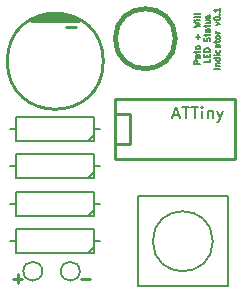
<source format=gto>
G04 (created by PCBNEW (2013-mar-25)-stable) date Monday, September 30, 2013 05:41:20 PM*
%MOIN*%
G04 Gerber Fmt 3.4, Leading zero omitted, Abs format*
%FSLAX34Y34*%
G01*
G70*
G90*
G04 APERTURE LIST*
%ADD10C,0.006*%
%ADD11C,0.00984252*%
%ADD12C,0.005*%
%ADD13C,0.008*%
%ADD14C,0.015*%
%ADD15C,0.01*%
G04 APERTURE END LIST*
G54D10*
X54684Y-23546D02*
X54871Y-23546D01*
X54646Y-23659D02*
X54778Y-23265D01*
X54909Y-23659D01*
X54984Y-23265D02*
X55209Y-23265D01*
X55096Y-23659D02*
X55096Y-23265D01*
X55284Y-23265D02*
X55509Y-23265D01*
X55396Y-23659D02*
X55396Y-23265D01*
X55640Y-23659D02*
X55640Y-23396D01*
X55640Y-23265D02*
X55621Y-23284D01*
X55640Y-23303D01*
X55659Y-23284D01*
X55640Y-23265D01*
X55640Y-23303D01*
X55828Y-23396D02*
X55828Y-23659D01*
X55828Y-23434D02*
X55846Y-23415D01*
X55884Y-23396D01*
X55940Y-23396D01*
X55978Y-23415D01*
X55996Y-23453D01*
X55996Y-23659D01*
X56146Y-23396D02*
X56240Y-23659D01*
X56334Y-23396D02*
X56240Y-23659D01*
X56203Y-23753D01*
X56184Y-23771D01*
X56146Y-23790D01*
G54D11*
X51600Y-29009D02*
X51899Y-29009D01*
X49350Y-29009D02*
X49649Y-29009D01*
X49500Y-29159D02*
X49500Y-28859D01*
G54D12*
X55580Y-21833D02*
X55380Y-21833D01*
X55380Y-21757D01*
X55390Y-21738D01*
X55400Y-21728D01*
X55419Y-21719D01*
X55447Y-21719D01*
X55466Y-21728D01*
X55476Y-21738D01*
X55485Y-21757D01*
X55485Y-21833D01*
X55580Y-21547D02*
X55476Y-21547D01*
X55457Y-21557D01*
X55447Y-21576D01*
X55447Y-21614D01*
X55457Y-21633D01*
X55571Y-21547D02*
X55580Y-21566D01*
X55580Y-21614D01*
X55571Y-21633D01*
X55552Y-21642D01*
X55533Y-21642D01*
X55514Y-21633D01*
X55504Y-21614D01*
X55504Y-21566D01*
X55495Y-21547D01*
X55447Y-21480D02*
X55447Y-21404D01*
X55380Y-21452D02*
X55552Y-21452D01*
X55571Y-21442D01*
X55580Y-21423D01*
X55580Y-21404D01*
X55580Y-21309D02*
X55571Y-21328D01*
X55561Y-21338D01*
X55542Y-21347D01*
X55485Y-21347D01*
X55466Y-21338D01*
X55457Y-21328D01*
X55447Y-21309D01*
X55447Y-21280D01*
X55457Y-21261D01*
X55466Y-21252D01*
X55485Y-21242D01*
X55542Y-21242D01*
X55561Y-21252D01*
X55571Y-21261D01*
X55580Y-21280D01*
X55580Y-21309D01*
X55504Y-21004D02*
X55504Y-20852D01*
X55580Y-20928D02*
X55428Y-20928D01*
X55380Y-20623D02*
X55580Y-20576D01*
X55438Y-20538D01*
X55580Y-20499D01*
X55380Y-20452D01*
X55580Y-20376D02*
X55447Y-20376D01*
X55380Y-20376D02*
X55390Y-20385D01*
X55400Y-20376D01*
X55390Y-20366D01*
X55380Y-20376D01*
X55400Y-20376D01*
X55580Y-20252D02*
X55571Y-20271D01*
X55552Y-20280D01*
X55380Y-20280D01*
X55580Y-20147D02*
X55571Y-20166D01*
X55552Y-20176D01*
X55380Y-20176D01*
X55910Y-21676D02*
X55910Y-21771D01*
X55710Y-21771D01*
X55806Y-21609D02*
X55806Y-21542D01*
X55910Y-21514D02*
X55910Y-21609D01*
X55710Y-21609D01*
X55710Y-21514D01*
X55910Y-21428D02*
X55710Y-21428D01*
X55710Y-21380D01*
X55720Y-21352D01*
X55739Y-21333D01*
X55758Y-21323D01*
X55796Y-21314D01*
X55825Y-21314D01*
X55863Y-21323D01*
X55882Y-21333D01*
X55901Y-21352D01*
X55910Y-21380D01*
X55910Y-21428D01*
X55901Y-21085D02*
X55910Y-21057D01*
X55910Y-21009D01*
X55901Y-20990D01*
X55891Y-20980D01*
X55872Y-20971D01*
X55853Y-20971D01*
X55834Y-20980D01*
X55825Y-20990D01*
X55815Y-21009D01*
X55806Y-21047D01*
X55796Y-21066D01*
X55787Y-21076D01*
X55768Y-21085D01*
X55749Y-21085D01*
X55730Y-21076D01*
X55720Y-21066D01*
X55710Y-21047D01*
X55710Y-21000D01*
X55720Y-20971D01*
X55777Y-20914D02*
X55777Y-20838D01*
X55710Y-20885D02*
X55882Y-20885D01*
X55901Y-20876D01*
X55910Y-20857D01*
X55910Y-20838D01*
X55910Y-20685D02*
X55806Y-20685D01*
X55787Y-20695D01*
X55777Y-20714D01*
X55777Y-20752D01*
X55787Y-20771D01*
X55901Y-20685D02*
X55910Y-20704D01*
X55910Y-20752D01*
X55901Y-20771D01*
X55882Y-20780D01*
X55863Y-20780D01*
X55844Y-20771D01*
X55834Y-20752D01*
X55834Y-20704D01*
X55825Y-20685D01*
X55777Y-20619D02*
X55777Y-20542D01*
X55710Y-20590D02*
X55882Y-20590D01*
X55901Y-20580D01*
X55910Y-20561D01*
X55910Y-20542D01*
X55777Y-20390D02*
X55910Y-20390D01*
X55777Y-20476D02*
X55882Y-20476D01*
X55901Y-20466D01*
X55910Y-20447D01*
X55910Y-20419D01*
X55901Y-20399D01*
X55891Y-20390D01*
X55901Y-20304D02*
X55910Y-20285D01*
X55910Y-20247D01*
X55901Y-20228D01*
X55882Y-20219D01*
X55872Y-20219D01*
X55853Y-20228D01*
X55844Y-20247D01*
X55844Y-20276D01*
X55834Y-20295D01*
X55815Y-20304D01*
X55806Y-20304D01*
X55787Y-20295D01*
X55777Y-20276D01*
X55777Y-20247D01*
X55787Y-20228D01*
X56240Y-22004D02*
X56040Y-22004D01*
X56107Y-21909D02*
X56240Y-21909D01*
X56126Y-21909D02*
X56117Y-21900D01*
X56107Y-21880D01*
X56107Y-21852D01*
X56117Y-21833D01*
X56136Y-21823D01*
X56240Y-21823D01*
X56240Y-21642D02*
X56040Y-21642D01*
X56231Y-21642D02*
X56240Y-21661D01*
X56240Y-21700D01*
X56231Y-21719D01*
X56221Y-21728D01*
X56202Y-21738D01*
X56145Y-21738D01*
X56126Y-21728D01*
X56117Y-21719D01*
X56107Y-21700D01*
X56107Y-21661D01*
X56117Y-21642D01*
X56240Y-21547D02*
X56107Y-21547D01*
X56040Y-21547D02*
X56050Y-21557D01*
X56060Y-21547D01*
X56050Y-21538D01*
X56040Y-21547D01*
X56060Y-21547D01*
X56231Y-21366D02*
X56240Y-21385D01*
X56240Y-21423D01*
X56231Y-21442D01*
X56221Y-21452D01*
X56202Y-21461D01*
X56145Y-21461D01*
X56126Y-21452D01*
X56117Y-21442D01*
X56107Y-21423D01*
X56107Y-21385D01*
X56117Y-21366D01*
X56240Y-21195D02*
X56136Y-21195D01*
X56117Y-21204D01*
X56107Y-21223D01*
X56107Y-21261D01*
X56117Y-21280D01*
X56231Y-21195D02*
X56240Y-21214D01*
X56240Y-21261D01*
X56231Y-21280D01*
X56212Y-21290D01*
X56193Y-21290D01*
X56174Y-21280D01*
X56164Y-21261D01*
X56164Y-21214D01*
X56155Y-21195D01*
X56107Y-21128D02*
X56107Y-21052D01*
X56040Y-21100D02*
X56212Y-21100D01*
X56231Y-21090D01*
X56240Y-21071D01*
X56240Y-21052D01*
X56240Y-20957D02*
X56231Y-20976D01*
X56221Y-20985D01*
X56202Y-20995D01*
X56145Y-20995D01*
X56126Y-20985D01*
X56117Y-20976D01*
X56107Y-20957D01*
X56107Y-20928D01*
X56117Y-20909D01*
X56126Y-20900D01*
X56145Y-20890D01*
X56202Y-20890D01*
X56221Y-20900D01*
X56231Y-20909D01*
X56240Y-20928D01*
X56240Y-20957D01*
X56240Y-20804D02*
X56107Y-20804D01*
X56145Y-20804D02*
X56126Y-20795D01*
X56117Y-20785D01*
X56107Y-20766D01*
X56107Y-20747D01*
X56107Y-20547D02*
X56240Y-20500D01*
X56107Y-20452D01*
X56040Y-20338D02*
X56040Y-20319D01*
X56050Y-20300D01*
X56060Y-20290D01*
X56079Y-20280D01*
X56117Y-20271D01*
X56164Y-20271D01*
X56202Y-20280D01*
X56221Y-20290D01*
X56231Y-20300D01*
X56240Y-20319D01*
X56240Y-20338D01*
X56231Y-20357D01*
X56221Y-20366D01*
X56202Y-20376D01*
X56164Y-20385D01*
X56117Y-20385D01*
X56079Y-20376D01*
X56060Y-20366D01*
X56050Y-20357D01*
X56040Y-20338D01*
X56221Y-20185D02*
X56231Y-20176D01*
X56240Y-20185D01*
X56231Y-20195D01*
X56221Y-20185D01*
X56240Y-20185D01*
X56240Y-19985D02*
X56240Y-20099D01*
X56240Y-20042D02*
X56040Y-20042D01*
X56069Y-20061D01*
X56088Y-20080D01*
X56098Y-20099D01*
X56000Y-27750D02*
G75*
G03X56000Y-27750I-1000J0D01*
G74*
G01*
X53500Y-26250D02*
X56500Y-26250D01*
X56500Y-26250D02*
X56500Y-29250D01*
X56500Y-29250D02*
X53500Y-29250D01*
X53500Y-26250D02*
X53500Y-29250D01*
G54D13*
X52250Y-25250D02*
X52050Y-25250D01*
X49250Y-25250D02*
X49450Y-25250D01*
X49450Y-25250D02*
X49450Y-25650D01*
X49450Y-25650D02*
X52050Y-25650D01*
X52050Y-25650D02*
X52050Y-24850D01*
X52050Y-24850D02*
X49450Y-24850D01*
X49450Y-24850D02*
X49450Y-25250D01*
X52050Y-25450D02*
X51850Y-25650D01*
X52250Y-24000D02*
X52050Y-24000D01*
X49250Y-24000D02*
X49450Y-24000D01*
X49450Y-24000D02*
X49450Y-24400D01*
X49450Y-24400D02*
X52050Y-24400D01*
X52050Y-24400D02*
X52050Y-23600D01*
X52050Y-23600D02*
X49450Y-23600D01*
X49450Y-23600D02*
X49450Y-24000D01*
X52050Y-24200D02*
X51850Y-24400D01*
X52250Y-26500D02*
X52050Y-26500D01*
X49250Y-26500D02*
X49450Y-26500D01*
X49450Y-26500D02*
X49450Y-26900D01*
X49450Y-26900D02*
X52050Y-26900D01*
X52050Y-26900D02*
X52050Y-26100D01*
X52050Y-26100D02*
X49450Y-26100D01*
X49450Y-26100D02*
X49450Y-26500D01*
X52050Y-26700D02*
X51850Y-26900D01*
X52250Y-27750D02*
X52050Y-27750D01*
X49250Y-27750D02*
X49450Y-27750D01*
X49450Y-27750D02*
X49450Y-28150D01*
X49450Y-28150D02*
X52050Y-28150D01*
X52050Y-28150D02*
X52050Y-27350D01*
X52050Y-27350D02*
X49450Y-27350D01*
X49450Y-27350D02*
X49450Y-27750D01*
X52050Y-27950D02*
X51850Y-28150D01*
G54D14*
X54750Y-21000D02*
G75*
G03X54750Y-21000I-1000J0D01*
G74*
G01*
G54D15*
X51550Y-20400D02*
X49950Y-20400D01*
X49950Y-20400D02*
X50100Y-20350D01*
X50100Y-20350D02*
X51400Y-20350D01*
X51400Y-20350D02*
X51550Y-20400D01*
X52350Y-21750D02*
G75*
G03X52350Y-21750I-1600J0D01*
G74*
G01*
X51100Y-20600D02*
X51450Y-20600D01*
X51150Y-20200D02*
X50350Y-20200D01*
X50350Y-20250D02*
X51150Y-20250D01*
X50150Y-20300D02*
X51350Y-20300D01*
X52750Y-23500D02*
X53250Y-23500D01*
X53250Y-23500D02*
X53250Y-24500D01*
X53250Y-24500D02*
X52750Y-24500D01*
X52750Y-23000D02*
X56750Y-23000D01*
X56750Y-23000D02*
X56750Y-25000D01*
X56750Y-25000D02*
X52750Y-25000D01*
X52750Y-25000D02*
X52750Y-23000D01*
G54D12*
X50316Y-28750D02*
G75*
G03X50316Y-28750I-316J0D01*
G74*
G01*
X51566Y-28750D02*
G75*
G03X51566Y-28750I-316J0D01*
G74*
G01*
M02*

</source>
